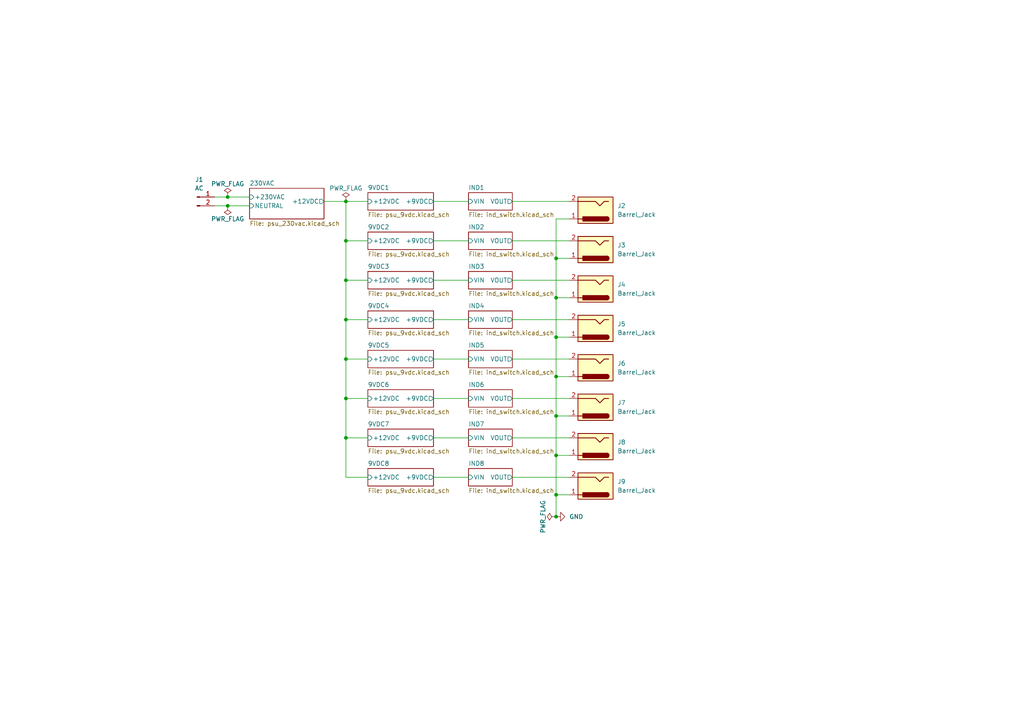
<source format=kicad_sch>
(kicad_sch (version 20211123) (generator eeschema)
  (paper "A4")
  (lib_symbols
    (symbol "Connector:Barrel_Jack" (pin_names (offset 1.016))
      (property "Reference" "J" (at 0 5.334 0))
      (property "Value" "Barrel_Jack" (at 0 -5.08 0))
      (symbol "Barrel_Jack_0_1"
        (rectangle (start -5.08 3.81) (end 5.08 -3.81) (stroke (width 0.254)) (fill (type background)))
        (arc (start -3.302 3.175) (mid -3.937 2.54) (end -3.302 1.905) (stroke (width 0.254)))
        (arc (start -3.302 3.175) (mid -3.937 2.54) (end -3.302 1.905) (stroke (width 0.254)) (fill (type outline)))
        (polyline (pts (xy 5.08 2.54) (xy 3.81 2.54)) (stroke (width 0.254)))
        (polyline (pts (xy -3.81 -2.54) (xy -2.54 -2.54) (xy -1.27 -1.27) (xy 0 -2.54) (xy 2.54 -2.54) (xy 5.08 -2.54)) (stroke (width 0.254)))
        (rectangle (start 3.683 3.175) (end -3.302 1.905) (stroke (width 0.254)) (fill (type outline)))
      )
      (symbol "Barrel_Jack_1_1"
        (pin passive line (at 7.62 2.54 180) (length 2.54) (name "~") (number "1"))
        (pin passive line (at 7.62 -2.54 180) (length 2.54) (name "~") (number "2"))
      )
    )
    (symbol "Connector:Conn_01x02_Male" (pin_names (offset 1.016) hide)
      (property "Reference" "J" (at 0 2.54 0))
      (property "Value" "Conn_01x02_Male" (at 0 -5.08 0))
      (symbol "Conn_01x02_Male_1_1"
        (polyline (pts (xy 1.27 -2.54) (xy 0.8636 -2.54)) (stroke (width 0.1524)))
        (polyline (pts (xy 1.27 0) (xy 0.8636 0)) (stroke (width 0.1524)))
        (rectangle (start 0.8636 -2.413) (end 0 -2.667) (stroke (width 0.1524)) (fill (type outline)))
        (rectangle (start 0.8636 0.127) (end 0 -0.127) (stroke (width 0.1524)) (fill (type outline)))
        (pin passive line (at 5.08 0 180) (length 3.81) (name "Pin_1") (number "1"))
        (pin passive line (at 5.08 -2.54 180) (length 3.81) (name "Pin_2") (number "2"))
      )
    )
    (symbol "power:GND" (power) (pin_names (offset 0))
      (property "Value" "GND" (at 0 -3.81 0))
      (symbol "GND_0_1"
        (polyline (pts (xy 0 0) (xy 0 -1.27) (xy 1.27 -1.27) (xy 0 -2.54) (xy -1.27 -1.27) (xy 0 -1.27)))
      )
      (symbol "GND_1_1"
        (pin power_in line (at 0 0 270) (length 0) hide (name "GND") (number "1"))
      )
    )
    (symbol "power:PWR_FLAG" (power) (pin_numbers hide) (pin_names (offset 0) hide)
      (property "Value" "PWR_FLAG" (at 0 3.81 0))
      (symbol "PWR_FLAG_0_0"
        (pin power_out line (at 0 0 90) (length 0) (name "pwr") (number "1"))
      )
      (symbol "PWR_FLAG_0_1"
        (polyline (pts (xy 0 0) (xy 0 1.27) (xy -1.016 1.905) (xy 0 2.54) (xy 1.016 1.905) (xy 0 1.27)))
      )
    )
  )
  (junction (at 100.33 127))
  (junction (at 100.33 58.42))
  (junction (at 161.29 109.22))
  (junction (at 161.29 86.36))
  (junction (at 100.33 92.71))
  (junction (at 66.04 59.69))
  (junction (at 161.29 97.79))
  (junction (at 161.29 143.51))
  (junction (at 161.29 149.86))
  (junction (at 161.29 120.65))
  (junction (at 66.04 57.15))
  (junction (at 100.33 81.28))
  (junction (at 161.29 74.93))
  (junction (at 161.29 132.08))
  (junction (at 100.33 115.57))
  (junction (at 100.33 104.14))
  (junction (at 100.33 69.85))
  (wire (pts (xy 125.73 115.57) (xy 135.89 115.57)))
  (wire (pts (xy 161.29 149.86) (xy 161.29 143.51)))
  (wire (pts (xy 100.33 69.85) (xy 100.33 58.42)))
  (wire (pts (xy 106.68 138.43) (xy 100.33 138.43)))
  (wire (pts (xy 62.23 57.15) (xy 66.04 57.15)))
  (wire (pts (xy 100.33 115.57) (xy 100.33 104.14)))
  (wire (pts (xy 100.33 81.28) (xy 106.68 81.28)))
  (wire (pts (xy 161.29 97.79) (xy 165.1 97.79)))
  (wire (pts (xy 161.29 143.51) (xy 165.1 143.51)))
  (wire (pts (xy 100.33 58.42) (xy 106.68 58.42)))
  (wire (pts (xy 100.33 127) (xy 106.68 127)))
  (wire (pts (xy 148.59 138.43) (xy 165.1 138.43)))
  (wire (pts (xy 125.73 92.71) (xy 135.89 92.71)))
  (wire (pts (xy 100.33 138.43) (xy 100.33 127)))
  (wire (pts (xy 161.29 120.65) (xy 165.1 120.65)))
  (wire (pts (xy 161.29 132.08) (xy 161.29 143.51)))
  (wire (pts (xy 100.33 115.57) (xy 106.68 115.57)))
  (wire (pts (xy 161.29 109.22) (xy 165.1 109.22)))
  (wire (pts (xy 100.33 69.85) (xy 106.68 69.85)))
  (wire (pts (xy 161.29 63.5) (xy 161.29 74.93)))
  (wire (pts (xy 148.59 81.28) (xy 165.1 81.28)))
  (wire (pts (xy 161.29 132.08) (xy 165.1 132.08)))
  (wire (pts (xy 161.29 86.36) (xy 165.1 86.36)))
  (wire (pts (xy 125.73 81.28) (xy 135.89 81.28)))
  (wire (pts (xy 148.59 92.71) (xy 165.1 92.71)))
  (wire (pts (xy 161.29 74.93) (xy 165.1 74.93)))
  (wire (pts (xy 100.33 104.14) (xy 100.33 92.71)))
  (wire (pts (xy 161.29 86.36) (xy 161.29 97.79)))
  (wire (pts (xy 148.59 69.85) (xy 165.1 69.85)))
  (wire (pts (xy 165.1 63.5) (xy 161.29 63.5)))
  (wire (pts (xy 148.59 127) (xy 165.1 127)))
  (wire (pts (xy 125.73 138.43) (xy 135.89 138.43)))
  (wire (pts (xy 100.33 92.71) (xy 106.68 92.71)))
  (wire (pts (xy 148.59 115.57) (xy 165.1 115.57)))
  (wire (pts (xy 100.33 92.71) (xy 100.33 81.28)))
  (wire (pts (xy 161.29 120.65) (xy 161.29 132.08)))
  (wire (pts (xy 148.59 58.42) (xy 165.1 58.42)))
  (wire (pts (xy 100.33 104.14) (xy 106.68 104.14)))
  (wire (pts (xy 125.73 58.42) (xy 135.89 58.42)))
  (wire (pts (xy 161.29 74.93) (xy 161.29 86.36)))
  (wire (pts (xy 100.33 81.28) (xy 100.33 69.85)))
  (wire (pts (xy 125.73 69.85) (xy 135.89 69.85)))
  (wire (pts (xy 100.33 127) (xy 100.33 115.57)))
  (wire (pts (xy 125.73 104.14) (xy 135.89 104.14)))
  (wire (pts (xy 62.23 59.69) (xy 66.04 59.69)))
  (wire (pts (xy 66.04 59.69) (xy 72.39 59.69)))
  (wire (pts (xy 93.98 58.42) (xy 100.33 58.42)))
  (wire (pts (xy 125.73 127) (xy 135.89 127)))
  (wire (pts (xy 148.59 104.14) (xy 165.1 104.14)))
  (wire (pts (xy 161.29 109.22) (xy 161.29 120.65)))
  (wire (pts (xy 161.29 97.79) (xy 161.29 109.22)))
  (wire (pts (xy 66.04 57.15) (xy 72.39 57.15)))
  (symbol (lib_id "Connector:Barrel_Jack") (at 172.72 83.82 180) (unit 1)
    (property "Reference" "J4" (at 179.07 82.5499 0) (effects (justify right)))
    (property "Value" "Barrel_Jack" (at 179.07 85.0899 0) (effects (justify right)))
  )
  (symbol (lib_id "Connector:Barrel_Jack") (at 172.72 129.54 180) (unit 1)
    (property "Reference" "J8" (at 179.07 128.2699 0) (effects (justify right)))
    (property "Value" "Barrel_Jack" (at 179.07 130.8099 0) (effects (justify right)))
  )
  (symbol (lib_id "Connector:Barrel_Jack") (at 172.72 140.97 180) (unit 1)
    (property "Reference" "J9" (at 179.07 139.6999 0) (effects (justify right)))
    (property "Value" "Barrel_Jack" (at 179.07 142.2399 0) (effects (justify right)))
  )
  (symbol (lib_id "power:PWR_FLAG") (at 66.04 59.69 180) (unit 1)
    (property "Reference" "#FLG02" (effects hide))
    (property "Value" "PWR_FLAG" (at 66.04 63.5 0))
  )
  (symbol (lib_id "power:PWR_FLAG") (at 161.29 149.86 90) (unit 1)
    (property "Reference" "#FLG04" (effects hide))
    (property "Value" "PWR_FLAG" (at 157.48 149.86 0))
  )
  (symbol (lib_id "Connector:Barrel_Jack") (at 172.72 72.39 180) (unit 1)
    (property "Reference" "J3" (at 179.07 71.1199 0) (effects (justify right)))
    (property "Value" "Barrel_Jack" (at 179.07 73.6599 0) (effects (justify right)))
  )
  (symbol (lib_id "Connector:Conn_01x02_Male") (at 57.15 57.15 0) (unit 1)
    (property "Reference" "J1" (at 57.785 52.07 0))
    (property "Value" "AC" (at 57.785 54.61 0))
  )
  (symbol (lib_id "Connector:Barrel_Jack") (at 172.72 60.96 180) (unit 1)
    (property "Reference" "J2" (at 179.07 59.6899 0) (effects (justify right)))
    (property "Value" "Barrel_Jack" (at 179.07 62.2299 0) (effects (justify right)))
  )
  (symbol (lib_id "power:PWR_FLAG") (at 100.33 58.42 0) (unit 1)
    (property "Reference" "#FLG03" (effects hide))
    (property "Value" "PWR_FLAG" (at 100.33 54.61 0))
  )
  (symbol (lib_id "Connector:Barrel_Jack") (at 172.72 106.68 180) (unit 1)
    (property "Reference" "J6" (at 179.07 105.4099 0) (effects (justify right)))
    (property "Value" "Barrel_Jack" (at 179.07 107.9499 0) (effects (justify right)))
  )
  (symbol (lib_id "power:GND") (at 161.29 149.86 90) (unit 1)
    (property "Reference" "#PWR01" (effects hide))
    (property "Value" "GND" (at 165.1 149.8599 90) (effects (justify right)))
  )
  (symbol (lib_id "Connector:Barrel_Jack") (at 172.72 95.25 180) (unit 1)
    (property "Reference" "J5" (at 179.07 93.9799 0) (effects (justify right)))
    (property "Value" "Barrel_Jack" (at 179.07 96.5199 0) (effects (justify right)))
  )
  (symbol (lib_id "Connector:Barrel_Jack") (at 172.72 118.11 180) (unit 1)
    (property "Reference" "J7" (at 179.07 116.8399 0) (effects (justify right)))
    (property "Value" "Barrel_Jack" (at 179.07 119.3799 0) (effects (justify right)))
  )
  (symbol (lib_id "power:PWR_FLAG") (at 66.04 57.15 0) (unit 1)
    (property "Reference" "#FLG01" (effects hide))
    (property "Value" "PWR_FLAG" (at 66.04 53.34 0))
  )
  (sheet (at 72.39 54.61) (size 21.59 8.89) (stroke (width 0.1524))
    (property "Sheet name" "230VAC" (at 72.39 53.8984 0) (effects (justify left bottom)))
    (property "Sheet file" "psu_230vac.kicad_sch" (at 72.39 64.0846 0) (effects (justify left top)))
    (pin "+230VAC" input (at 72.39 57.15 180))
    (pin "NEUTRAL" input (at 72.39 59.69 180))
    (pin "+12VDC" output (at 93.98 58.42 0))
  )
  (sheet (at 135.89 90.17) (size 12.7 5.08) (stroke (width 0.1524))
    (property "Sheet name" "IND4" (at 135.89 89.4584 0) (effects (justify left bottom)))
    (property "Sheet file" "ind_switch.kicad_sch" (at 135.89 95.8346 0) (effects (justify left top)))
    (pin "VOUT" output (at 148.59 92.71 0))
    (pin "VIN" input (at 135.89 92.71 180))
  )
  (sheet (at 106.68 78.74) (size 19.05 5.08) (stroke (width 0.1524))
    (property "Sheet name" "9VDC3" (at 106.68 78.0284 0) (effects (justify left bottom)))
    (property "Sheet file" "psu_9vdc.kicad_sch" (at 106.68 84.4046 0) (effects (justify left top)))
    (pin "+9VDC" output (at 125.73 81.28 0))
    (pin "+12VDC" input (at 106.68 81.28 180))
  )
  (sheet (at 135.89 135.89) (size 12.7 5.08) (stroke (width 0.1524))
    (property "Sheet name" "IND8" (at 135.89 135.1784 0) (effects (justify left bottom)))
    (property "Sheet file" "ind_switch.kicad_sch" (at 135.89 141.5546 0) (effects (justify left top)))
    (pin "VOUT" output (at 148.59 138.43 0))
    (pin "VIN" input (at 135.89 138.43 180))
  )
  (sheet (at 135.89 113.03) (size 12.7 5.08) (stroke (width 0.1524))
    (property "Sheet name" "IND6" (at 135.89 112.3184 0) (effects (justify left bottom)))
    (property "Sheet file" "ind_switch.kicad_sch" (at 135.89 118.6946 0) (effects (justify left top)))
    (pin "VOUT" output (at 148.59 115.57 0))
    (pin "VIN" input (at 135.89 115.57 180))
  )
  (sheet (at 135.89 55.88) (size 12.7 5.08) (stroke (width 0.1524))
    (property "Sheet name" "IND1" (at 135.89 55.1684 0) (effects (justify left bottom)))
    (property "Sheet file" "ind_switch.kicad_sch" (at 135.89 61.5446 0) (effects (justify left top)))
    (pin "VOUT" output (at 148.59 58.42 0))
    (pin "VIN" input (at 135.89 58.42 180))
  )
  (sheet (at 135.89 67.31) (size 12.7 5.08) (stroke (width 0.1524))
    (property "Sheet name" "IND2" (at 135.89 66.5984 0) (effects (justify left bottom)))
    (property "Sheet file" "ind_switch.kicad_sch" (at 135.89 72.9746 0) (effects (justify left top)))
    (pin "VOUT" output (at 148.59 69.85 0))
    (pin "VIN" input (at 135.89 69.85 180))
  )
  (sheet (at 106.68 90.17) (size 19.05 5.08) (stroke (width 0.1524))
    (property "Sheet name" "9VDC4" (at 106.68 89.4584 0) (effects (justify left bottom)))
    (property "Sheet file" "psu_9vdc.kicad_sch" (at 106.68 95.8346 0) (effects (justify left top)))
    (pin "+9VDC" output (at 125.73 92.71 0))
    (pin "+12VDC" input (at 106.68 92.71 180))
  )
  (sheet (at 135.89 101.6) (size 12.7 5.08) (stroke (width 0.1524))
    (property "Sheet name" "IND5" (at 135.89 100.8884 0) (effects (justify left bottom)))
    (property "Sheet file" "ind_switch.kicad_sch" (at 135.89 107.2646 0) (effects (justify left top)))
    (pin "VOUT" output (at 148.59 104.14 0))
    (pin "VIN" input (at 135.89 104.14 180))
  )
  (sheet (at 106.68 124.46) (size 19.05 5.08) (stroke (width 0.1524))
    (property "Sheet name" "9VDC7" (at 106.68 123.7484 0) (effects (justify left bottom)))
    (property "Sheet file" "psu_9vdc.kicad_sch" (at 106.68 130.1246 0) (effects (justify left top)))
    (pin "+9VDC" output (at 125.73 127 0))
    (pin "+12VDC" input (at 106.68 127 180))
  )
  (sheet (at 106.68 101.6) (size 19.05 5.08) (stroke (width 0.1524))
    (property "Sheet name" "9VDC5" (at 106.68 100.8884 0) (effects (justify left bottom)))
    (property "Sheet file" "psu_9vdc.kicad_sch" (at 106.68 107.2646 0) (effects (justify left top)))
    (pin "+9VDC" output (at 125.73 104.14 0))
    (pin "+12VDC" input (at 106.68 104.14 180))
  )
  (sheet (at 106.68 113.03) (size 19.05 5.08) (stroke (width 0.1524))
    (property "Sheet name" "9VDC6" (at 106.68 112.3184 0) (effects (justify left bottom)))
    (property "Sheet file" "psu_9vdc.kicad_sch" (at 106.68 118.6946 0) (effects (justify left top)))
    (pin "+9VDC" output (at 125.73 115.57 0))
    (pin "+12VDC" input (at 106.68 115.57 180))
  )
  (sheet (at 106.68 67.31) (size 19.05 5.08) (stroke (width 0.1524))
    (property "Sheet name" "9VDC2" (at 106.68 66.5984 0) (effects (justify left bottom)))
    (property "Sheet file" "psu_9vdc.kicad_sch" (at 106.68 72.9746 0) (effects (justify left top)))
    (pin "+9VDC" output (at 125.73 69.85 0))
    (pin "+12VDC" input (at 106.68 69.85 180))
  )
  (sheet (at 135.89 124.46) (size 12.7 5.08) (stroke (width 0.1524))
    (property "Sheet name" "IND7" (at 135.89 123.7484 0) (effects (justify left bottom)))
    (property "Sheet file" "ind_switch.kicad_sch" (at 135.89 130.1246 0) (effects (justify left top)))
    (pin "VOUT" output (at 148.59 127 0))
    (pin "VIN" input (at 135.89 127 180))
  )
  (sheet (at 106.68 55.88) (size 19.05 5.08) (stroke (width 0.1524))
    (property "Sheet name" "9VDC1" (at 106.68 55.1684 0) (effects (justify left bottom)))
    (property "Sheet file" "psu_9vdc.kicad_sch" (at 106.68 61.5446 0) (effects (justify left top)))
    (pin "+9VDC" output (at 125.73 58.42 0))
    (pin "+12VDC" input (at 106.68 58.42 180))
  )
  (sheet (at 106.68 135.89) (size 19.05 5.08) (stroke (width 0.1524))
    (property "Sheet name" "9VDC8" (at 106.68 135.1784 0) (effects (justify left bottom)))
    (property "Sheet file" "psu_9vdc.kicad_sch" (at 106.68 141.5546 0) (effects (justify left top)))
    (pin "+9VDC" output (at 125.73 138.43 0))
    (pin "+12VDC" input (at 106.68 138.43 180))
  )
  (sheet (at 135.89 78.74) (size 12.7 5.08) (stroke (width 0.1524))
    (property "Sheet name" "IND3" (at 135.89 78.0284 0) (effects (justify left bottom)))
    (property "Sheet file" "ind_switch.kicad_sch" (at 135.89 84.4046 0) (effects (justify left top)))
    (pin "VOUT" output (at 148.59 81.28 0))
    (pin "VIN" input (at 135.89 81.28 180))
  )
)
</source>
